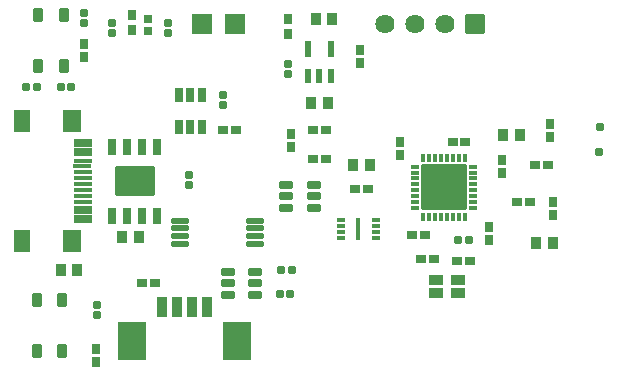
<source format=gts>
G04 Layer: TopSolderMaskLayer*
G04 EasyEDA v6.5.34, 2023-10-27 16:27:23*
G04 808af14f2a724accbce3cd49f21b2442,3d03538306d245868c61186af2047e2d,10*
G04 Gerber Generator version 0.2*
G04 Scale: 100 percent, Rotated: No, Reflected: No *
G04 Dimensions in millimeters *
G04 leading zeros omitted , absolute positions ,4 integer and 5 decimal *
%FSLAX45Y45*%
%MOMM*%

%AMMACRO1*1,1,$1,$2,$3*1,1,$1,$4,$5*1,1,$1,0-$2,0-$3*1,1,$1,0-$4,0-$5*20,1,$1,$2,$3,$4,$5,0*20,1,$1,$4,$5,0-$2,0-$3,0*20,1,$1,0-$2,0-$3,0-$4,0-$5,0*20,1,$1,0-$4,0-$5,$2,$3,0*4,1,4,$2,$3,$4,$5,0-$2,0-$3,0-$4,0-$5,$2,$3,0*%
%ADD10MACRO1,0.1016X0.4X-0.45X-0.4X-0.45*%
%ADD11MACRO1,0.1016X-0.4X0.45X0.4X0.45*%
%ADD12MACRO1,0.1016X-0.395X-0.27X-0.395X0.27*%
%ADD13MACRO1,0.1016X0.395X-0.27X0.395X0.27*%
%ADD14MACRO1,0.1016X0.27X-0.395X-0.27X-0.395*%
%ADD15MACRO1,0.1016X0.27X0.395X-0.27X0.395*%
%ADD16MACRO1,0.1016X-0.27X0.395X0.27X0.395*%
%ADD17MACRO1,0.1016X-0.27X-0.395X0.27X-0.395*%
%ADD18MACRO1,0.1016X0.395X0.27X0.395X-0.27*%
%ADD19MACRO1,0.1016X-0.395X0.27X-0.395X-0.27*%
%ADD20MACRO1,0.1X0.4X-0.8X0.4X0.8*%
%ADD21MACRO1,0.1X1.15X-1.6X1.15X1.6*%
%ADD22MACRO1,0.1016X-0.536X-0.266X-0.536X0.266*%
%ADD23R,1.6764X1.6764*%
%ADD24MACRO1,0.1016X0.3X0.375X0.3X-0.375*%
%ADD25MACRO1,0.1016X-0.3X-0.375X-0.3X0.375*%
%ADD26O,1.6015970000000002X0.5015992*%
%ADD27MACRO1,0.1016X0.4032X0.432X0.4032X-0.432*%
%ADD28MACRO1,0.1016X-0.4032X0.432X-0.4032X-0.432*%
%ADD29MACRO1,0.1016X-0.2828X-0.27X-0.2828X0.27*%
%ADD30MACRO1,0.1016X0.2828X-0.27X0.2828X0.27*%
%ADD31MACRO1,0.1016X0.27X-0.2828X-0.27X-0.2828*%
%ADD32MACRO1,0.1016X0.27X0.2828X-0.27X0.2828*%
%ADD33MACRO1,0.1016X-0.27X0.2828X0.27X0.2828*%
%ADD34MACRO1,0.1016X-0.27X-0.2828X0.27X-0.2828*%
%ADD35MACRO1,0.1016X0.35X-0.5X-0.35X-0.5*%
%ADD36MACRO1,0.1016X0.325X-0.14X-0.325X-0.14*%
%ADD37MACRO1,0.1016X0.14X-0.325X-0.14X-0.325*%
%ADD38MACRO1,0.1016X1.9X-1.9X-1.9X-1.9*%
%ADD39MACRO1,0.1016X-0.3X0.6X0.3X0.6*%
%ADD40MACRO1,0.1016X1.65X-1.2X-1.65X-1.2*%
%ADD41MACRO1,0.1016X-0.27X-0.3182X0.27X-0.3182*%
%ADD42MACRO1,0.1016X-0.27X0.3182X0.27X0.3182*%
%ADD43MACRO1,0.1016X-0.245X0.5785X0.245X0.5785*%
%ADD44MACRO1,0.1016X-0.245X0.5875X0.245X0.5875*%
%ADD45MACRO1,0.102X0.3X0.55X0.3X-0.55*%
%ADD46MACRO1,0.1016X0.3X-0.14X-0.3X-0.14*%
%ADD47MACRO1,0.1016X-0.15X0.85X0.15X0.85*%
%ADD48MACRO1,0.1016X0.725X0.275X0.725X-0.275*%
%ADD49MACRO1,0.1016X0.725X0.15X0.725X-0.15*%
%ADD50MACRO1,0.1016X0.725X0.9X0.725X-0.9*%
%ADD51MACRO1,0.1016X0.6X0.9X0.6X-0.9*%
%ADD52MACRO1,0.1016X-0.55X0.4X0.55X0.4*%
%ADD53MACRO1,0.1016X0.25X0.25X0.25X-0.25*%
%ADD54MACRO1,0.1016X0.762X0.762X0.762X-0.762*%
%ADD55C,1.6256*%
%ADD56C,0.0129*%

%LPD*%
D10*
G01*
X1136500Y4711700D03*
G01*
X1276499Y4711700D03*
D11*
G01*
X3397399Y6121400D03*
G01*
X3257400Y6121400D03*
G01*
X3435499Y6832600D03*
G01*
X3295500Y6832600D03*
G01*
X5302399Y4940300D03*
G01*
X5162400Y4940300D03*
G01*
X5022999Y5854694D03*
G01*
X4883000Y5854694D03*
G01*
X3751275Y5600700D03*
G01*
X3611275Y5600700D03*
D12*
G01*
X2619905Y5892800D03*
D13*
G01*
X2510894Y5892800D03*
D14*
G01*
X4762500Y5071005D03*
D15*
G01*
X4762500Y4961994D03*
D14*
G01*
X5308600Y5286905D03*
D15*
G01*
X5308600Y5177894D03*
D12*
G01*
X4601105Y4787900D03*
D13*
G01*
X4492094Y4787900D03*
D12*
G01*
X4296305Y4800600D03*
D13*
G01*
X4187294Y4800600D03*
D16*
G01*
X5283200Y5838294D03*
D17*
G01*
X5283200Y5947305D03*
D16*
G01*
X4876800Y5533494D03*
D17*
G01*
X4876800Y5642505D03*
D14*
G01*
X4013200Y5794905D03*
D15*
G01*
X4013200Y5685894D03*
D18*
G01*
X4111094Y5003800D03*
D19*
G01*
X4220105Y5003800D03*
D12*
G01*
X4563005Y5791200D03*
D13*
G01*
X4453994Y5791200D03*
D14*
G01*
X1435100Y4042305D03*
D15*
G01*
X1435100Y3933294D03*
D12*
G01*
X3737505Y5397500D03*
D13*
G01*
X3628494Y5397500D03*
D12*
G01*
X3381905Y5651500D03*
D13*
G01*
X3272894Y5651500D03*
D12*
G01*
X3381905Y5892800D03*
D13*
G01*
X3272894Y5892800D03*
D14*
G01*
X3670300Y6569605D03*
D15*
G01*
X3670300Y6460594D03*
D12*
G01*
X1934105Y4597400D03*
D13*
G01*
X1825094Y4597400D03*
D20*
G01*
X1996904Y4399500D03*
G01*
X2121903Y4399500D03*
G01*
X2246904Y4399500D03*
G01*
X2371905Y4399500D03*
D21*
G01*
X2626895Y4109509D03*
G01*
X1741909Y4109509D03*
D22*
G01*
X3277209Y5239004D03*
G01*
X3277209Y5334000D03*
G01*
X3277209Y5428996D03*
G01*
X3047390Y5428996D03*
G01*
X3047390Y5334000D03*
G01*
X3047390Y5239004D03*
G01*
X2781909Y4502404D03*
G01*
X2781909Y4597400D03*
G01*
X2781909Y4692396D03*
G01*
X2552090Y4692396D03*
G01*
X2552090Y4597400D03*
G01*
X2552090Y4502404D03*
D23*
G01*
X2616200Y6794500D03*
G01*
X2336800Y6794500D03*
D14*
G01*
X3086100Y5858405D03*
D15*
G01*
X3086100Y5749394D03*
D12*
G01*
X5109105Y5283200D03*
D13*
G01*
X5000094Y5283200D03*
D18*
G01*
X5152494Y5600700D03*
D19*
G01*
X5261505Y5600700D03*
D24*
G01*
X1739900Y6744891D03*
G01*
X1739900Y6869508D03*
D25*
G01*
X3060700Y6831408D03*
G01*
X3060700Y6706791D03*
D26*
G01*
X2143759Y5126736D03*
G01*
X2143759Y5061712D03*
G01*
X2143759Y4996687D03*
G01*
X2143759Y4931663D03*
G01*
X2783840Y5126736D03*
G01*
X2783840Y5061712D03*
G01*
X2783840Y4996687D03*
G01*
X2783840Y4931663D03*
D27*
G01*
X1651875Y4991100D03*
D28*
G01*
X1802524Y4991100D03*
D29*
G01*
X3078582Y4508500D03*
D30*
G01*
X2992017Y4508500D03*
D31*
G01*
X2514600Y6190082D03*
D32*
G01*
X2514600Y6103517D03*
D29*
G01*
X4589882Y4965700D03*
D30*
G01*
X4503317Y4965700D03*
D31*
G01*
X1447800Y4412082D03*
D32*
G01*
X1447800Y4325517D03*
D29*
G01*
X932282Y6261100D03*
D30*
G01*
X845717Y6261100D03*
D29*
G01*
X1224382Y6261100D03*
D30*
G01*
X1137817Y6261100D03*
D29*
G01*
X3091282Y4711700D03*
D30*
G01*
X3004717Y4711700D03*
D31*
G01*
X1574800Y6799682D03*
D32*
G01*
X1574800Y6713117D03*
D33*
G01*
X2044700Y6713117D03*
D34*
G01*
X2044700Y6799682D03*
D33*
G01*
X2222500Y5430417D03*
D34*
G01*
X2222500Y5516982D03*
D31*
G01*
X3060700Y6456782D03*
D32*
G01*
X3060700Y6370217D03*
D35*
G01*
X1148899Y4028229D03*
G01*
X1148899Y4455370D03*
G01*
X933900Y4455370D03*
G01*
X933900Y4028226D03*
D36*
G01*
X4629249Y5235193D03*
G01*
X4629249Y5285206D03*
G01*
X4629249Y5335193D03*
G01*
X4629249Y5385206D03*
G01*
X4629249Y5435193D03*
G01*
X4629249Y5485206D03*
G01*
X4629249Y5535193D03*
G01*
X4629249Y5585206D03*
D37*
G01*
X4556506Y5657947D03*
G01*
X4506493Y5657947D03*
G01*
X4456506Y5657947D03*
G01*
X4406493Y5657947D03*
G01*
X4356506Y5657947D03*
G01*
X4306493Y5657947D03*
G01*
X4256506Y5657947D03*
G01*
X4206493Y5657947D03*
D36*
G01*
X4133752Y5585206D03*
G01*
X4133752Y5535193D03*
G01*
X4133752Y5485206D03*
G01*
X4133752Y5435193D03*
G01*
X4133752Y5385206D03*
G01*
X4133752Y5335193D03*
G01*
X4133752Y5285206D03*
G01*
X4133752Y5235193D03*
D37*
G01*
X4206493Y5162452D03*
G01*
X4256506Y5162452D03*
G01*
X4306493Y5162452D03*
G01*
X4356506Y5162452D03*
G01*
X4406493Y5162452D03*
G01*
X4456506Y5162452D03*
G01*
X4506493Y5162452D03*
G01*
X4556506Y5162452D03*
D38*
G01*
X4381500Y5410200D03*
D39*
G01*
X1574800Y5170170D03*
G01*
X1701800Y5170170D03*
G01*
X1828800Y5170170D03*
G01*
X1955800Y5170170D03*
G01*
X1955800Y5751829D03*
G01*
X1828800Y5751829D03*
G01*
X1701800Y5751829D03*
G01*
X1574800Y5751829D03*
D40*
G01*
X1765301Y5461000D03*
D41*
G01*
X1879600Y6832624D03*
D42*
G01*
X1879600Y6730975D03*
D43*
G01*
X3232403Y6348933D03*
G01*
X3327400Y6348933D03*
G01*
X3422396Y6348933D03*
D44*
G01*
X3422396Y6579666D03*
G01*
X3232403Y6579666D03*
D45*
G01*
X2330195Y5922892D03*
G01*
X2235200Y5922892D03*
G01*
X2140204Y5922892D03*
G01*
X2140204Y6192903D03*
G01*
X2235200Y6192903D03*
G01*
X2330195Y6192903D03*
D46*
G01*
X3506863Y5129601D03*
G01*
X3506863Y5079588D03*
G01*
X3506863Y5029601D03*
G01*
X3506863Y4979588D03*
G01*
X3808346Y5129601D03*
G01*
X3808346Y5079588D03*
G01*
X3808346Y5029601D03*
G01*
X3808346Y4979588D03*
D47*
G01*
X3657607Y5054597D03*
D48*
G01*
X1321548Y5783516D03*
G01*
X1321548Y5705995D03*
D49*
G01*
X1321549Y5636004D03*
G01*
X1320048Y5587003D03*
G01*
X1321549Y5536004D03*
G01*
X1321549Y5486005D03*
G01*
X1321549Y5436005D03*
G01*
X1321549Y5386005D03*
G01*
X1321549Y5336005D03*
G01*
X1321549Y5286005D03*
D48*
G01*
X1321548Y5216004D03*
G01*
X1321548Y5138991D03*
D50*
G01*
X1230048Y5968004D03*
G01*
X1230048Y4954005D03*
D51*
G01*
X812048Y5968004D03*
G01*
X812048Y4954005D03*
D52*
G01*
X4496892Y4514519D03*
G01*
X4496892Y4629505D03*
G01*
X4316907Y4629480D03*
G01*
X4316907Y4514494D03*
D53*
G01*
X5694198Y5708999D03*
G01*
X5699201Y5923997D03*
D54*
G01*
X4648200Y6794500D03*
D55*
G01*
X4394200Y6794500D03*
G01*
X4140200Y6794500D03*
G01*
X3886200Y6794500D03*
D14*
G01*
X1333500Y6620405D03*
D15*
G01*
X1333500Y6511394D03*
D31*
G01*
X1333500Y6888582D03*
D32*
G01*
X1333500Y6802017D03*
D35*
G01*
X1161599Y6441229D03*
G01*
X1161599Y6868370D03*
G01*
X946600Y6868370D03*
G01*
X946600Y6441226D03*
M02*

</source>
